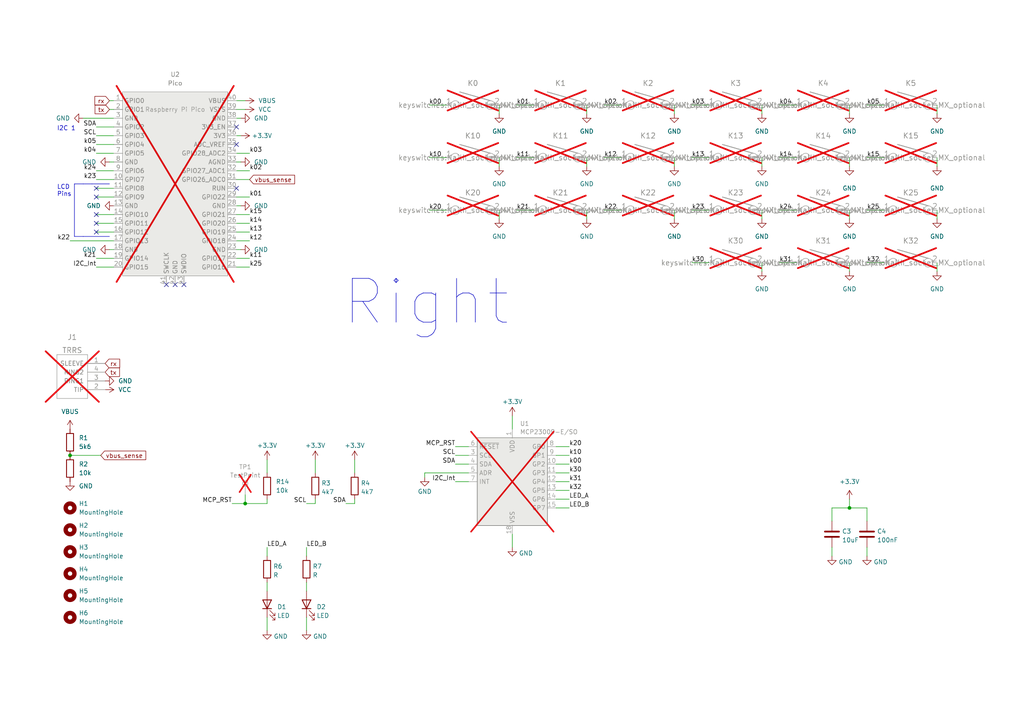
<source format=kicad_sch>
(kicad_sch (version 20231120) (generator "eeschema") (generator_version "8.0")
  (paper "A4")
  (title_block (rev "rev1.0"))
  (lib_symbols
    (symbol "Connector:TestPoint" (pin_numbers hide) (pin_names (offset 0.762) hide)
      (property "Reference" "TP" (at 0 6.858 0))
      (property "Value" "TestPoint" (at 0 5.08 0))
      (symbol "TestPoint_0_1"
        (circle (center 0 3.302) (radius 0.762))
      )
      (symbol "TestPoint_1_1"
        (pin passive line (at 0 0 90) (length 2.54) (name "1") (number "1"))
      )
    )
    (symbol "Device:C" (pin_numbers hide) (pin_names (offset 0.254))
      (property "Reference" "C" (at 0.635 2.54 0))
      (property "Value" "C" (at 0.635 -2.54 0))
      (symbol "C_0_1"
        (polyline (pts (xy -2.032 -0.762) (xy 2.032 -0.762)) (stroke (width 0.508)))
        (polyline (pts (xy -2.032 0.762) (xy 2.032 0.762)) (stroke (width 0.508)))
      )
      (symbol "C_1_1"
        (pin passive line (at 0 3.81 270) (length 2.794) (name "~") (number "1"))
        (pin passive line (at 0 -3.81 90) (length 2.794) (name "~") (number "2"))
      )
    )
    (symbol "Device:LED" (pin_numbers hide) (pin_names (offset 1.016) hide)
      (property "Reference" "D" (at 0 2.54 0))
      (property "Value" "LED" (at 0 -2.54 0))
      (symbol "LED_0_1"
        (polyline (pts (xy -1.27 -1.27) (xy -1.27 1.27)) (stroke (width 0.254)))
        (polyline (pts (xy -1.27 0) (xy 1.27 0)))
        (polyline (pts (xy 1.27 -1.27) (xy 1.27 1.27) (xy -1.27 0) (xy 1.27 -1.27)) (stroke (width 0.254)))
        (polyline (pts (xy -3.048 -0.762) (xy -4.572 -2.286) (xy -3.81 -2.286) (xy -4.572 -2.286) (xy -4.572 -1.524)))
        (polyline (pts (xy -1.778 -0.762) (xy -3.302 -2.286) (xy -2.54 -2.286) (xy -3.302 -2.286) (xy -3.302 -1.524)))
      )
      (symbol "LED_1_1"
        (pin passive line (at -3.81 0 0) (length 2.54) (name "K") (number "1"))
        (pin passive line (at 3.81 0 180) (length 2.54) (name "A") (number "2"))
      )
    )
    (symbol "Device:R" (pin_numbers hide) (pin_names (offset 0))
      (property "Reference" "R" (at 2.032 0 90))
      (property "Value" "R" (at 0 0 90))
      (symbol "R_0_1"
        (rectangle (start -1.016 -2.54) (end 1.016 2.54) (stroke (width 0.254)))
      )
      (symbol "R_1_1"
        (pin passive line (at 0 3.81 270) (length 1.27) (name "~") (number "1"))
        (pin passive line (at 0 -3.81 90) (length 1.27) (name "~") (number "2"))
      )
    )
    (symbol "KiCad-RP-Pico:Pico"
      (property "Reference" "U" (at -13.97 27.94 0))
      (property "Value" "Pico" (at 0 19.05 0))
      (symbol "Pico_0_0"
        (text "Raspberry Pi Pico" (at 0 21.59 0) (effects (font (size 1.27 1.27))))
      )
      (symbol "Pico_0_1"
        (rectangle (start -15.24 26.67) (end 15.24 -26.67) (fill (type background)))
      )
      (symbol "Pico_1_1"
        (pin bidirectional line (at -17.78 24.13 0) (length 2.54) (name "GPIO0") (number "1"))
        (pin bidirectional line (at -17.78 1.27 0) (length 2.54) (name "GPIO7") (number "10"))
        (pin bidirectional line (at -17.78 -1.27 0) (length 2.54) (name "GPIO8") (number "11"))
        (pin bidirectional line (at -17.78 -3.81 0) (length 2.54) (name "GPIO9") (number "12"))
        (pin power_in line (at -17.78 -6.35 0) (length 2.54) (name "GND") (number "13"))
        (pin bidirectional line (at -17.78 -8.89 0) (length 2.54) (name "GPIO10") (number "14"))
        (pin bidirectional line (at -17.78 -11.43 0) (length 2.54) (name "GPIO11") (number "15"))
        (pin bidirectional line (at -17.78 -13.97 0) (length 2.54) (name "GPIO12") (number "16"))
        (pin bidirectional line (at -17.78 -16.51 0) (length 2.54) (name "GPIO13") (number "17"))
        (pin power_in line (at -17.78 -19.05 0) (length 2.54) (name "GND") (number "18"))
        (pin bidirectional line (at -17.78 -21.59 0) (length 2.54) (name "GPIO14") (number "19"))
        (pin bidirectional line (at -17.78 21.59 0) (length 2.54) (name "GPIO1") (number "2"))
        (pin bidirectional line (at -17.78 -24.13 0) (length 2.54) (name "GPIO15") (number "20"))
        (pin bidirectional line (at 17.78 -24.13 180) (length 2.54) (name "GPIO16") (number "21"))
        (pin bidirectional line (at 17.78 -21.59 180) (length 2.54) (name "GPIO17") (number "22"))
        (pin power_in line (at 17.78 -19.05 180) (length 2.54) (name "GND") (number "23"))
        (pin bidirectional line (at 17.78 -16.51 180) (length 2.54) (name "GPIO18") (number "24"))
        (pin bidirectional line (at 17.78 -13.97 180) (length 2.54) (name "GPIO19") (number "25"))
        (pin bidirectional line (at 17.78 -11.43 180) (length 2.54) (name "GPIO20") (number "26"))
        (pin bidirectional line (at 17.78 -8.89 180) (length 2.54) (name "GPIO21") (number "27"))
        (pin power_in line (at 17.78 -6.35 180) (length 2.54) (name "GND") (number "28"))
        (pin bidirectional line (at 17.78 -3.81 180) (length 2.54) (name "GPIO22") (number "29"))
        (pin power_in line (at -17.78 19.05 0) (length 2.54) (name "GND") (number "3"))
        (pin input line (at 17.78 -1.27 180) (length 2.54) (name "RUN") (number "30"))
        (pin bidirectional line (at 17.78 1.27 180) (length 2.54) (name "GPIO26_ADC0") (number "31"))
        (pin bidirectional line (at 17.78 3.81 180) (length 2.54) (name "GPIO27_ADC1") (number "32"))
        (pin power_in line (at 17.78 6.35 180) (length 2.54) (name "AGND") (number "33"))
        (pin bidirectional line (at 17.78 8.89 180) (length 2.54) (name "GPIO28_ADC2") (number "34"))
        (pin power_in line (at 17.78 11.43 180) (length 2.54) (name "ADC_VREF") (number "35"))
        (pin power_in line (at 17.78 13.97 180) (length 2.54) (name "3V3") (number "36"))
        (pin input line (at 17.78 16.51 180) (length 2.54) (name "3V3_EN") (number "37"))
        (pin bidirectional line (at 17.78 19.05 180) (length 2.54) (name "GND") (number "38"))
        (pin power_in line (at 17.78 21.59 180) (length 2.54) (name "VSYS") (number "39"))
        (pin bidirectional line (at -17.78 16.51 0) (length 2.54) (name "GPIO2") (number "4"))
        (pin power_in line (at 17.78 24.13 180) (length 2.54) (name "VBUS") (number "40"))
        (pin input line (at -2.54 -29.21 90) (length 2.54) (name "SWCLK") (number "41"))
        (pin power_in line (at 0 -29.21 90) (length 2.54) (name "GND") (number "42"))
        (pin bidirectional line (at 2.54 -29.21 90) (length 2.54) (name "SWDIO") (number "43"))
        (pin bidirectional line (at -17.78 13.97 0) (length 2.54) (name "GPIO3") (number "5"))
        (pin bidirectional line (at -17.78 11.43 0) (length 2.54) (name "GPIO4") (number "6"))
        (pin bidirectional line (at -17.78 8.89 0) (length 2.54) (name "GPIO5") (number "7"))
        (pin power_in line (at -17.78 6.35 0) (length 2.54) (name "GND") (number "8"))
        (pin bidirectional line (at -17.78 3.81 0) (length 2.54) (name "GPIO6") (number "9"))
      )
    )
    (symbol "Mechanical:MountingHole" (pin_names (offset 1.016))
      (property "Reference" "H" (at 0 5.08 0))
      (property "Value" "MountingHole" (at 0 3.175 0))
      (symbol "MountingHole_0_1"
        (circle (center 0 0) (radius 1.27) (stroke (width 1.27)))
      )
    )
    (symbol "keebio:TRRS" (pin_names (offset 1.016))
      (property "Reference" "U" (at 0 15.24 0))
      (property "Value" "TRRS" (at 0 -2.54 0))
      (symbol "TRRS_0_1"
        (rectangle (start -3.81 0) (end -3.81 12.7))
        (rectangle (start -3.81 12.7) (end 5.08 12.7))
        (rectangle (start 5.08 0) (end -3.81 0))
        (rectangle (start 5.08 12.7) (end 5.08 0))
      )
      (symbol "TRRS_1_1"
        (pin input line (at -8.89 2.54 0) (length 5.08) (name "SLEEVE") (number "1"))
        (pin input line (at -8.89 10.16 0) (length 5.08) (name "TIP") (number "2"))
        (pin input line (at -8.89 7.62 0) (length 5.08) (name "RING1") (number "3"))
        (pin input line (at -8.89 5.08 0) (length 5.08) (name "RING2") (number "4"))
      )
    )
    (symbol "keyboard_parts:KEYSW" (pin_names (offset 1.016))
      (property "Reference" "K?" (at -1.27 0 0))
      (symbol "KEYSW_0_1"
        (circle (center -5.08 0) (radius 1.27))
        (polyline (pts (xy -5.08 1.27) (xy 3.81 3.81)) (stroke (width 0.254)))
        (circle (center 5.08 0) (radius 1.27))
      )
      (symbol "KEYSW_1_1"
        (pin passive line (at 7.62 0 180) (length 1.27) (name "~") (number "1"))
        (pin passive line (at -7.62 0 0) (length 1.27) (name "~") (number "2"))
      )
    )
    (symbol "mcp23009:MCP23009-E/SO"
      (property "Reference" "U4" (at 2.1941 16.8443 0))
      (property "Value" "MCP23009-E/SO" (at 2.1941 14.4201 0))
      (symbol "MCP23009-E/SO_0_1"
        (rectangle (start -10.16 12.7) (end 10.16 -12.7) (stroke (width 0.254)) (fill (type background)))
      )
      (symbol "MCP23009-E/SO_1_1"
        (pin power_in line (at 0 15.24 270) (length 2.54) (name "VDD") (number "1"))
        (pin bidirectional line (at 12.7 5.08 180) (length 2.54) (name "GP2") (number "10"))
        (pin bidirectional line (at 12.7 2.54 180) (length 2.54) (name "GP3") (number "11"))
        (pin bidirectional line (at 12.7 0 180) (length 2.54) (name "GP4") (number "12"))
        (pin bidirectional line (at 12.7 -2.54 180) (length 2.54) (name "GP5") (number "13"))
        (pin bidirectional line (at 12.7 -5.08 180) (length 2.54) (name "GP6") (number "14"))
        (pin bidirectional line (at 12.7 -7.62 180) (length 2.54) (name "GP7") (number "15"))
        (pin no_connect line (at -10.16 -8.89 0) (length 2.54) hide (name "NC") (number "16"))
        (pin no_connect line (at -10.16 -11.43 0) (length 2.54) hide (name "NC") (number "17"))
        (pin power_in line (at 0 -15.24 90) (length 2.54) (name "VSS") (number "18"))
        (pin no_connect line (at -10.16 -6.35 0) (length 2.54) hide (name "NC") (number "2"))
        (pin input line (at -12.7 7.62 0) (length 2.54) (name "SCL") (number "3"))
        (pin bidirectional line (at -12.7 5.08 0) (length 2.54) (name "SDA") (number "4"))
        (pin input line (at -12.7 2.54 0) (length 2.54) (name "ADR") (number "5"))
        (pin input line (at -12.7 10.16 0) (length 2.54) (name "~{RESET}") (number "6"))
        (pin output line (at -12.7 0 0) (length 2.54) (name "INT") (number "7"))
        (pin bidirectional line (at 12.7 10.16 180) (length 2.54) (name "GP0") (number "8"))
        (pin bidirectional line (at 12.7 7.62 180) (length 2.54) (name "GP1") (number "9"))
      )
    )
    (symbol "power:+3.3V" (power) (pin_names (offset 0))
      (property "Value" "+3.3V" (at 0 3.556 0))
      (symbol "+3.3V_0_1"
        (polyline (pts (xy -0.762 1.27) (xy 0 2.54)))
        (polyline (pts (xy 0 0) (xy 0 2.54)))
        (polyline (pts (xy 0 2.54) (xy 0.762 1.27)))
      )
      (symbol "+3.3V_1_1"
        (pin power_in line (at 0 0 90) (length 0) hide (name "+3.3V") (number "1"))
      )
    )
    (symbol "power:GND" (power) (pin_names (offset 0))
      (property "Value" "GND" (at 0 -3.81 0))
      (symbol "GND_0_1"
        (polyline (pts (xy 0 0) (xy 0 -1.27) (xy 1.27 -1.27) (xy 0 -2.54) (xy -1.27 -1.27) (xy 0 -1.27)))
      )
      (symbol "GND_1_1"
        (pin power_in line (at 0 0 270) (length 0) hide (name "GND") (number "1"))
      )
    )
    (symbol "power:VBUS" (power) (pin_names (offset 0))
      (property "Value" "VBUS" (at 0 3.81 0))
      (symbol "VBUS_0_1"
        (polyline (pts (xy -0.762 1.27) (xy 0 2.54)))
        (polyline (pts (xy 0 0) (xy 0 2.54)))
        (polyline (pts (xy 0 2.54) (xy 0.762 1.27)))
      )
      (symbol "VBUS_1_1"
        (pin power_in line (at 0 0 90) (length 0) hide (name "VBUS") (number "1"))
      )
    )
    (symbol "power:VCC" (power) (pin_names (offset 0))
      (property "Value" "VCC" (at 0 3.81 0))
      (symbol "VCC_0_1"
        (polyline (pts (xy -0.762 1.27) (xy 0 2.54)))
        (polyline (pts (xy 0 0) (xy 0 2.54)))
        (polyline (pts (xy 0 2.54) (xy 0.762 1.27)))
      )
      (symbol "VCC_1_1"
        (pin power_in line (at 0 0 90) (length 0) hide (name "VCC") (number "1"))
      )
    )
  )
  (junction (at 71.12 146.05))
  (junction (at 20.32 132.08))
  (junction (at 246.38 147.32))
  (no_connect (at 68.58 36.83))
  (no_connect (at 27.94 67.31))
  (no_connect (at 27.94 62.23))
  (no_connect (at 68.58 41.91))
  (no_connect (at 53.34 82.55))
  (no_connect (at 50.8 82.55))
  (no_connect (at 48.26 82.55))
  (no_connect (at 27.94 64.77))
  (no_connect (at 68.58 54.61))
  (no_connect (at 27.94 57.15))
  (no_connect (at 27.94 54.61))
  (wire (pts (xy 149.86 60.96) (xy 154.94 60.96)))
  (wire (pts (xy 68.58 62.23) (xy 72.39 62.23)))
  (wire (pts (xy 102.87 133.35) (xy 102.87 137.16)))
  (wire (pts (xy 31.75 46.99) (xy 33.02 46.99)))
  (wire (pts (xy 200.66 45.72) (xy 205.74 45.72)))
  (wire (pts (xy 77.47 179.07) (xy 77.47 182.88)))
  (wire (pts (xy 251.46 30.48) (xy 256.54 30.48)))
  (wire (pts (xy 68.58 74.93) (xy 72.39 74.93)))
  (wire (pts (xy 68.58 44.45) (xy 72.39 44.45)))
  (wire (pts (xy 88.9 158.75) (xy 88.9 161.29)))
  (wire (pts (xy 68.58 57.15) (xy 72.39 57.15)))
  (wire (pts (xy 100.33 146.05) (xy 102.87 146.05)))
  (wire (pts (xy 124.46 45.72) (xy 129.54 45.72)))
  (wire (pts (xy 200.66 60.96) (xy 205.74 60.96)))
  (wire (pts (xy 135.89 134.62) (xy 132.08 134.62)))
  (wire (pts (xy 149.86 45.72) (xy 154.94 45.72)))
  (wire (pts (xy 27.94 64.77) (xy 33.02 64.77)))
  (wire (pts (xy 161.29 137.16) (xy 165.1 137.16)))
  (wire (pts (xy 161.29 132.08) (xy 165.1 132.08)))
  (wire (pts (xy 27.94 49.53) (xy 33.02 49.53)))
  (wire (pts (xy 68.58 29.21) (xy 71.12 29.21)))
  (wire (pts (xy 68.58 49.53) (xy 72.39 49.53)))
  (wire (pts (xy 27.94 74.93) (xy 33.02 74.93)))
  (wire (pts (xy 175.26 60.96) (xy 180.34 60.96)))
  (wire (pts (xy 251.46 60.96) (xy 256.54 60.96)))
  (wire (pts (xy 195.58 63.5) (xy 195.58 60.96)))
  (wire (pts (xy 144.78 63.5) (xy 144.78 60.96)))
  (wire (pts (xy 71.12 143.51) (xy 71.12 146.05)))
  (wire (pts (xy 246.38 48.26) (xy 246.38 45.72)))
  (wire (pts (xy 241.3 158.75) (xy 241.3 161.29)))
  (wire (pts (xy 220.98 48.26) (xy 220.98 45.72)))
  (wire (pts (xy 144.78 48.26) (xy 144.78 45.72)))
  (wire (pts (xy 27.94 41.91) (xy 33.02 41.91)))
  (wire (pts (xy 27.94 77.47) (xy 33.02 77.47)))
  (wire (pts (xy 77.47 168.91) (xy 77.47 171.45)))
  (wire (pts (xy 175.26 45.72) (xy 180.34 45.72)))
  (wire (pts (xy 246.38 78.74) (xy 246.38 76.2)))
  (wire (pts (xy 271.78 48.26) (xy 271.78 45.72)))
  (wire (pts (xy 31.75 31.75) (xy 33.02 31.75)))
  (wire (pts (xy 68.58 69.85) (xy 72.39 69.85)))
  (wire (pts (xy 200.66 76.2) (xy 205.74 76.2)))
  (polyline (pts (xy 24.13 68.58) (xy 31.75 68.58)))
  (wire (pts (xy 226.06 45.72) (xy 231.14 45.72)))
  (wire (pts (xy 31.75 29.21) (xy 33.02 29.21)))
  (wire (pts (xy 200.66 30.48) (xy 205.74 30.48)))
  (wire (pts (xy 220.98 78.74) (xy 220.98 76.2)))
  (wire (pts (xy 68.58 31.75) (xy 71.12 31.75)))
  (wire (pts (xy 27.94 57.15) (xy 33.02 57.15)))
  (wire (pts (xy 271.78 63.5) (xy 271.78 60.96)))
  (wire (pts (xy 124.46 60.96) (xy 129.54 60.96)))
  (wire (pts (xy 88.9 168.91) (xy 88.9 171.45)))
  (wire (pts (xy 20.32 69.85) (xy 33.02 69.85)))
  (wire (pts (xy 144.78 33.02) (xy 144.78 30.48)))
  (wire (pts (xy 31.75 72.39) (xy 33.02 72.39)))
  (wire (pts (xy 195.58 48.26) (xy 195.58 45.72)))
  (wire (pts (xy 170.18 63.5) (xy 170.18 60.96)))
  (wire (pts (xy 24.13 34.29) (xy 33.02 34.29)))
  (wire (pts (xy 88.9 179.07) (xy 88.9 182.88)))
  (wire (pts (xy 246.38 63.5) (xy 246.38 60.96)))
  (wire (pts (xy 246.38 147.32) (xy 251.46 147.32)))
  (wire (pts (xy 161.29 147.32) (xy 165.1 147.32)))
  (wire (pts (xy 71.12 146.05) (xy 77.47 146.05)))
  (wire (pts (xy 241.3 147.32) (xy 241.3 151.13)))
  (polyline (pts (xy 21.59 53.34) (xy 24.13 53.34)))
  (wire (pts (xy 226.06 30.48) (xy 231.14 30.48)))
  (wire (pts (xy 124.46 30.48) (xy 129.54 30.48)))
  (wire (pts (xy 27.94 39.37) (xy 33.02 39.37)))
  (wire (pts (xy 170.18 48.26) (xy 170.18 45.72)))
  (wire (pts (xy 241.3 147.32) (xy 246.38 147.32)))
  (wire (pts (xy 68.58 77.47) (xy 72.39 77.47)))
  (wire (pts (xy 161.29 139.7) (xy 165.1 139.7)))
  (wire (pts (xy 123.19 137.16) (xy 123.19 138.43)))
  (wire (pts (xy 175.26 30.48) (xy 180.34 30.48)))
  (wire (pts (xy 148.59 154.94) (xy 148.59 158.75)))
  (wire (pts (xy 27.94 67.31) (xy 33.02 67.31)))
  (wire (pts (xy 148.59 120.65) (xy 148.59 124.46)))
  (polyline (pts (xy 24.13 68.58) (xy 21.59 68.58)))
  (wire (pts (xy 77.47 158.75) (xy 77.47 161.29)))
  (wire (pts (xy 88.9 146.05) (xy 91.44 146.05)))
  (wire (pts (xy 165.1 129.54) (xy 161.29 129.54)))
  (wire (pts (xy 77.47 133.35) (xy 77.47 137.16)))
  (wire (pts (xy 135.89 139.7) (xy 132.08 139.7)))
  (wire (pts (xy 102.87 146.05) (xy 102.87 144.78)))
  (wire (pts (xy 68.58 64.77) (xy 72.39 64.77)))
  (wire (pts (xy 77.47 144.78) (xy 77.47 146.05)))
  (wire (pts (xy 27.94 36.83) (xy 33.02 36.83)))
  (polyline (pts (xy 26.67 53.34) (xy 31.75 53.34)))
  (wire (pts (xy 27.94 44.45) (xy 33.02 44.45)))
  (polyline (pts (xy 21.59 68.58) (xy 21.59 53.34)))
  (wire (pts (xy 135.89 137.16) (xy 123.19 137.16)))
  (wire (pts (xy 20.32 132.08) (xy 29.21 132.08)))
  (wire (pts (xy 68.58 67.31) (xy 72.39 67.31)))
  (wire (pts (xy 195.58 33.02) (xy 195.58 30.48)))
  (wire (pts (xy 251.46 45.72) (xy 256.54 45.72)))
  (wire (pts (xy 69.85 72.39) (xy 68.58 72.39)))
  (wire (pts (xy 226.06 60.96) (xy 231.14 60.96)))
  (wire (pts (xy 170.18 33.02) (xy 170.18 30.48)))
  (wire (pts (xy 226.06 76.2) (xy 231.14 76.2)))
  (wire (pts (xy 271.78 33.02) (xy 271.78 30.48)))
  (wire (pts (xy 69.85 46.99) (xy 68.58 46.99)))
  (wire (pts (xy 91.44 133.35) (xy 91.44 137.16)))
  (wire (pts (xy 69.85 59.69) (xy 68.58 59.69)))
  (wire (pts (xy 246.38 33.02) (xy 246.38 30.48)))
  (wire (pts (xy 251.46 76.2) (xy 256.54 76.2)))
  (wire (pts (xy 135.89 132.08) (xy 132.08 132.08)))
  (wire (pts (xy 27.94 54.61) (xy 33.02 54.61)))
  (wire (pts (xy 220.98 33.02) (xy 220.98 30.48)))
  (wire (pts (xy 91.44 146.05) (xy 91.44 144.78)))
  (wire (pts (xy 132.08 129.54) (xy 135.89 129.54)))
  (wire (pts (xy 68.58 39.37) (xy 69.85 39.37)))
  (wire (pts (xy 27.94 52.07) (xy 33.02 52.07)))
  (polyline (pts (xy 24.13 53.34) (xy 26.67 53.34)))
  (wire (pts (xy 161.29 144.78) (xy 165.1 144.78)))
  (wire (pts (xy 149.86 30.48) (xy 154.94 30.48)))
  (wire (pts (xy 27.94 62.23) (xy 33.02 62.23)))
  (wire (pts (xy 67.31 146.05) (xy 71.12 146.05)))
  (wire (pts (xy 271.78 78.74) (xy 271.78 76.2)))
  (wire (pts (xy 161.29 134.62) (xy 165.1 134.62)))
  (wire (pts (xy 246.38 144.78) (xy 246.38 147.32)))
  (wire (pts (xy 220.98 63.5) (xy 220.98 60.96)))
  (wire (pts (xy 251.46 158.75) (xy 251.46 161.29)))
  (wire (pts (xy 161.29 142.24) (xy 165.1 142.24)))
  (wire (pts (xy 68.58 52.07) (xy 72.39 52.07)))
  (wire (pts (xy 251.46 151.13) (xy 251.46 147.32)))
  (wire (pts (xy 69.85 34.29) (xy 68.58 34.29)))
  (text "LCD\nPins" (at 16.51 57.15 0) (effects (font (size 1.27 1.27)) (justify left bottom)))
  (text "Right" (at 99.06 95.25 0) (effects (font (size 12.7 12.7)) (justify left bottom)))
  (text "I2C 1\n" (at 16.51 38.1 0) (effects (font (size 1.27 1.27)) (justify left bottom)))
  (label "k11" (at 72.39 74.93 0))
  (label "SCL" (at 88.9 146.05 180))
  (label "k21" (at 27.94 74.93 180))
  (label "LED_A" (at 165.1 144.78 0))
  (label "k30" (at 200.66 76.2 0))
  (label "k10" (at 165.1 132.08 0))
  (label "k02" (at 175.26 30.48 0))
  (label "k32" (at 165.1 142.24 0))
  (label "k04" (at 226.06 30.48 0))
  (label "SDA" (at 27.94 36.83 180))
  (label "k14" (at 72.39 64.77 0))
  (label "k15" (at 72.39 62.23 0))
  (label "k01" (at 72.39 57.15 0))
  (label "k00" (at 124.46 30.48 0))
  (label "k04" (at 27.94 44.45 180))
  (label "MCP_RST" (at 132.08 129.54 180))
  (label "k03" (at 200.66 30.48 0))
  (label "MCP_RST" (at 67.31 146.05 180))
  (label "k15" (at 251.46 45.72 0))
  (label "k23" (at 200.66 60.96 0))
  (label "I2C_Int" (at 27.94 77.47 180))
  (label "k13" (at 72.39 67.31 0))
  (label "SDA" (at 132.08 134.62 180))
  (label "k24" (at 226.06 60.96 0))
  (label "k05" (at 251.46 30.48 0))
  (label "LED_B" (at 88.9 158.75 0))
  (label "k22" (at 175.26 60.96 0))
  (label "k03" (at 72.39 44.45 0))
  (label "k02" (at 72.39 49.53 0))
  (label "k01" (at 149.86 30.48 0))
  (label "k22" (at 20.32 69.85 180))
  (label "k05" (at 27.94 41.91 180))
  (label "LED_B" (at 165.1 147.32 0))
  (label "k10" (at 124.46 45.72 0))
  (label "SCL" (at 132.08 132.08 180))
  (label "k31" (at 165.1 139.7 0))
  (label "k30" (at 165.1 137.16 0))
  (label "k12" (at 72.39 69.85 0))
  (label "SDA" (at 100.33 146.05 180))
  (label "k24" (at 27.94 49.53 180))
  (label "k32" (at 251.46 76.2 0))
  (label "k14" (at 226.06 45.72 0))
  (label "k12" (at 175.26 45.72 0))
  (label "k23" (at 27.94 52.07 180))
  (label "k11" (at 149.86 45.72 0))
  (label "k25" (at 72.39 77.47 0))
  (label "k20" (at 165.1 129.54 0))
  (label "k00" (at 165.1 134.62 0))
  (label "k31" (at 226.06 76.2 0))
  (label "I2C_Int" (at 132.08 139.7 180))
  (label "k13" (at 200.66 45.72 0))
  (label "k21" (at 149.86 60.96 0))
  (label "k25" (at 251.46 60.96 0))
  (label "LED_A" (at 77.47 158.75 0))
  (label "SCL" (at 27.94 39.37 180))
  (label "k20" (at 124.46 60.96 0))
  (global_label "rx" (shape input) (at 30.48 105.41 0) (property "Intersheetrefs" "${INTERSHEET_REFS}" (effects (hide yes))))
  (global_label "vbus_sense" (shape input) (at 29.21 132.08 0) (property "Intersheetrefs" "${INTERSHEET_REFS}" (effects (hide yes))))
  (global_label "tx" (shape input) (at 30.48 107.95 0) (property "Intersheetrefs" "${INTERSHEET_REFS}" (effects (hide yes))))
  (global_label "tx" (shape input) (at 31.75 31.75 180) (property "Intersheetrefs" "${INTERSHEET_REFS}" (effects (hide yes))))
  (global_label "vbus_sense" (shape input) (at 72.39 52.07 0) (property "Intersheetrefs" "${INTERSHEET_REFS}" (effects (hide yes))))
  (global_label "rx" (shape input) (at 31.75 29.21 180) (property "Intersheetrefs" "${INTERSHEET_REFS}" (effects (hide yes))))
  (symbol (lib_id "keyboard_parts:KEYSW") (at 264.16 76.2 0) (mirror y) (unit 1) (dnp yes)
    (property "Reference" "K32" (at 264.16 69.85 0) (effects (font (size 1.524 1.524))))
    (property "Value" "KEYSW" (effects (hide yes)))
    (property "Footprint" "keyswitches:Kailh_socket_MX_optional_platemount_3d_pretty_by_datasheet" (effects (hide yes)))
    (property "Datasheet" "keyswitches:Kailh_socket_MX_optional" (at 264.16 76.2 0) (effects (font (size 1.524 1.524))))
  )
  (symbol (lib_id "power:GND") (at 77.47 182.88 0) (unit 1)
    (property "Reference" "#PWR0145" (effects (hide yes)))
    (property "Value" "GND" (at 79.375 184.5838 0) (effects (justify left)))
  )
  (symbol (lib_id "Connector:TestPoint") (at 71.12 143.51 0) (unit 1) (dnp yes)
    (property "Reference" "TP1" (at 71.12 135.4287 0))
    (property "Value" "TestPoint" (at 71.12 137.8529 0))
    (property "Footprint" "TestPoint:TestPoint_Pad_D3.0mm" (effects (hide yes)))
  )
  (symbol (lib_id "power:GND") (at 241.3 161.29 0) (unit 1)
    (property "Reference" "#PWR014" (effects (hide yes)))
    (property "Value" "GND" (at 243.205 162.9938 0) (effects (justify left)))
  )
  (symbol (lib_id "Device:LED") (at 77.47 175.26 90) (unit 1)
    (property "Reference" "D1" (at 80.391 176.0128 90) (effects (justify right)))
    (property "Value" "LED" (at 80.391 178.5497 90) (effects (justify right)))
    (property "Footprint" "LED_SMD:LED_0603_1608Metric" (effects (hide yes)))
  )
  (symbol (lib_id "power:GND") (at 195.58 48.26 0) (unit 1)
    (property "Reference" "#PWR0104" (effects (hide yes)))
    (property "Value" "GND" (at 195.58 53.34 0))
  )
  (symbol (lib_id "power:VBUS") (at 71.12 29.21 270) (unit 1)
    (property "Reference" "#PWR0124" (effects (hide yes)))
    (property "Value" "VBUS" (at 74.93 29.2099 90) (effects (justify left)))
  )
  (symbol (lib_id "power:+3.3V") (at 148.59 120.65 0) (unit 1)
    (property "Reference" "#PWR04" (effects (hide yes)))
    (property "Value" "+3.3V" (at 148.59 116.5169 0))
  )
  (symbol (lib_id "power:GND") (at 33.02 59.69 270) (unit 1)
    (property "Reference" "#PWR0128" (effects (hide yes)))
    (property "Value" "GND" (at 29.21 59.6899 90) (effects (justify right)))
  )
  (symbol (lib_id "mcp23009:MCP23009-E/SO") (at 148.59 139.7 0) (unit 1) (dnp yes)
    (property "Reference" "U1" (at 150.7841 122.8557 0) (effects (justify left)))
    (property "Value" "MCP23009-E/SO" (at 150.7841 125.2799 0) (effects (justify left)))
    (property "Footprint" "Package_SO:SOIC-18W_7.5x11.6mm_P1.27mm" (effects (hide yes)))
    (property "Datasheet" "https://ww1.microchip.com/downloads/aemDocuments/documents/APID/ProductDocuments/DataSheets/MCP23009-MCP23S09-8-Bit-IO-Expander-with-Open-Drain-Outputs-Data-Sheet-DS20002121.pdf" (effects (hide yes)))
  )
  (symbol (lib_id "keyboard_parts:KEYSW") (at 238.76 60.96 0) (mirror y) (unit 1) (dnp yes)
    (property "Reference" "K24" (at 238.76 55.88 0) (effects (font (size 1.524 1.524))))
    (property "Value" "KEYSW" (effects (hide yes)))
    (property "Footprint" "keyswitches:Kailh_socket_MX_optional_platemount_3d_pretty_by_datasheet" (effects (hide yes)))
    (property "Datasheet" "keyswitches:Kailh_socket_MX_optional" (at 238.76 60.96 0) (effects (font (size 1.524 1.524))))
  )
  (symbol (lib_id "power:GND") (at 69.85 46.99 90) (unit 1)
    (property "Reference" "#PWR0111" (effects (hide yes)))
    (property "Value" "GND" (at 73.66 46.9899 90) (effects (justify right)))
  )
  (symbol (lib_id "Device:R") (at 102.87 140.97 0) (unit 1)
    (property "Reference" "R4" (at 104.648 140.1353 0) (effects (justify left)))
    (property "Value" "4k7" (at 104.648 142.6722 0) (effects (justify left)))
    (property "Footprint" "Resistor_SMD:R_0603_1608Metric" (effects (hide yes)))
  )
  (symbol (lib_id "power:GND") (at 30.48 110.49 90) (unit 1)
    (property "Reference" "#PWR0126" (effects (hide yes)))
    (property "Value" "GND" (at 34.29 110.4899 90) (effects (justify right)))
  )
  (symbol (lib_id "keyboard_parts:KEYSW") (at 137.16 30.48 0) (mirror y) (unit 1) (dnp yes)
    (property "Reference" "K0" (at 137.16 24.13 0) (effects (font (size 1.524 1.524))))
    (property "Value" "KEYSW" (effects (hide yes)))
    (property "Footprint" "keyswitches:Kailh_socket_MX_optional_platemount_3d_pretty_by_datasheet" (effects (hide yes)))
    (property "Datasheet" "keyswitches:Kailh_socket_MX_optional" (at 137.16 30.48 0) (effects (font (size 1.524 1.524))))
  )
  (symbol (lib_id "Mechanical:MountingHole") (at 20.32 166.37 0) (unit 1)
    (property "Reference" "H4" (at 22.86 165.0999 0) (effects (justify left)))
    (property "Value" "MountingHole" (at 22.86 167.6399 0) (effects (justify left)))
    (property "Footprint" "misc:MountingHole_3.7mm_Pad_TopBottom" (effects (hide yes)))
    (property "Description" "https://www.we-online.com/en/components/products/SMSI_SMT_STEEL_SPACER_M2_5_THREAD_INTERNAL#9774020151R" (effects (hide yes)))
  )
  (symbol (lib_id "power:VBUS") (at 20.32 124.46 0) (unit 1)
    (property "Reference" "#PWR0125" (effects (hide yes)))
    (property "Value" "VBUS" (at 20.32 119.38 0))
  )
  (symbol (lib_id "power:+3.3V") (at 77.47 133.35 0) (unit 1)
    (property "Reference" "#PWR012" (effects (hide yes)))
    (property "Value" "+3.3V" (at 77.47 129.2169 0))
  )
  (symbol (lib_id "keyboard_parts:KEYSW") (at 264.16 45.72 0) (mirror y) (unit 1) (dnp yes)
    (property "Reference" "K15" (at 264.16 39.37 0) (effects (font (size 1.524 1.524))))
    (property "Value" "KEYSW" (effects (hide yes)))
    (property "Footprint" "keyswitches:Kailh_socket_MX_optional_platemount_3d_pretty_by_datasheet" (effects (hide yes)))
    (property "Datasheet" "keyswitches:Kailh_socket_MX_optional" (at 264.16 45.72 0) (effects (font (size 1.524 1.524))))
  )
  (symbol (lib_id "power:GND") (at 144.78 48.26 0) (unit 1)
    (property "Reference" "#PWR0107" (effects (hide yes)))
    (property "Value" "GND" (at 144.78 53.34 0))
  )
  (symbol (lib_id "power:GND") (at 195.58 63.5 0) (unit 1)
    (property "Reference" "#PWR0105" (effects (hide yes)))
    (property "Value" "GND" (at 195.58 68.58 0))
  )
  (symbol (lib_id "Mechanical:MountingHole") (at 20.32 153.67 0) (unit 1)
    (property "Reference" "H2" (at 22.86 152.3999 0) (effects (justify left)))
    (property "Value" "MountingHole" (at 22.86 154.9399 0) (effects (justify left)))
    (property "Footprint" "misc:MountingHole_3.7mm_Pad_TopBottom" (effects (hide yes)))
    (property "Description" "https://www.we-online.com/en/components/products/SMSI_SMT_STEEL_SPACER_M2_5_THREAD_INTERNAL#9774020151R" (effects (hide yes)))
  )
  (symbol (lib_id "power:+3.3V") (at 102.87 133.35 0) (unit 1)
    (property "Reference" "#PWR08" (effects (hide yes)))
    (property "Value" "+3.3V" (at 102.87 129.2169 0))
  )
  (symbol (lib_id "power:+3.3V") (at 246.38 144.78 0) (unit 1)
    (property "Reference" "#PWR010" (effects (hide yes)))
    (property "Value" "+3.3V" (at 246.38 139.7 0))
  )
  (symbol (lib_id "keyboard_parts:KEYSW") (at 213.36 30.48 0) (mirror y) (unit 1) (dnp yes)
    (property "Reference" "K3" (at 213.36 24.13 0) (effects (font (size 1.524 1.524))))
    (property "Value" "KEYSW" (effects (hide yes)))
    (property "Footprint" "keyswitches:Kailh_socket_MX_optional_platemount_3d_pretty_by_datasheet" (effects (hide yes)))
    (property "Datasheet" "keyswitches:Kailh_socket_MX_optional" (at 213.36 30.48 0) (effects (font (size 1.524 1.524))))
  )
  (symbol (lib_id "power:GND") (at 123.19 138.43 0) (unit 1)
    (property "Reference" "#PWR011" (effects (hide yes)))
    (property "Value" "GND" (at 123.19 142.5631 0))
  )
  (symbol (lib_id "Device:R") (at 77.47 140.97 0) (unit 1)
    (property "Reference" "R14" (at 80.01 139.6999 0) (effects (justify left)))
    (property "Value" "10k" (at 80.01 142.2399 0) (effects (justify left)))
    (property "Footprint" "Resistor_SMD:R_0603_1608Metric" (effects (hide yes)))
  )
  (symbol (lib_id "power:GND") (at 246.38 63.5 0) (unit 1)
    (property "Reference" "#PWR0121" (effects (hide yes)))
    (property "Value" "GND" (at 246.38 68.58 0))
  )
  (symbol (lib_id "keyboard_parts:KEYSW") (at 187.96 30.48 0) (mirror y) (unit 1) (dnp yes)
    (property "Reference" "K2" (at 187.96 24.13 0) (effects (font (size 1.524 1.524))))
    (property "Value" "KEYSW" (effects (hide yes)))
    (property "Footprint" "keyswitches:Kailh_socket_MX_optional_platemount_3d_pretty_by_datasheet" (effects (hide yes)))
    (property "Datasheet" "keyswitches:Kailh_socket_MX_optional" (at 187.96 30.48 0) (effects (font (size 1.524 1.524))))
  )
  (symbol (lib_id "keyboard_parts:KEYSW") (at 162.56 45.72 0) (mirror y) (unit 1) (dnp yes)
    (property "Reference" "K11" (at 162.56 39.37 0) (effects (font (size 1.524 1.524))))
    (property "Value" "KEYSW" (effects (hide yes)))
    (property "Footprint" "keyswitches:Kailh_socket_MX_optional_platemount_3d_pretty_by_datasheet" (effects (hide yes)))
    (property "Datasheet" "keyswitches:Kailh_socket_MX_optional" (at 162.56 45.72 0) (effects (font (size 1.524 1.524))))
  )
  (symbol (lib_id "power:VCC") (at 30.48 113.03 270) (unit 1)
    (property "Reference" "#PWR01" (effects (hide yes)))
    (property "Value" "VCC" (at 34.29 113.0299 90) (effects (justify left)))
  )
  (symbol (lib_id "keyboard_parts:KEYSW") (at 187.96 60.96 0) (mirror y) (unit 1) (dnp yes)
    (property "Reference" "K22" (at 187.96 55.88 0) (effects (font (size 1.524 1.524))))
    (property "Value" "KEYSW" (effects (hide yes)))
    (property "Footprint" "keyswitches:Kailh_socket_MX_optional_platemount_3d_pretty_by_datasheet" (effects (hide yes)))
    (property "Datasheet" "keyswitches:Kailh_socket_MX_optional" (at 187.96 60.96 0) (effects (font (size 1.524 1.524))))
  )
  (symbol (lib_id "power:GND") (at 271.78 33.02 0) (unit 1)
    (property "Reference" "#PWR0115" (effects (hide yes)))
    (property "Value" "GND" (at 271.78 38.1 0))
  )
  (symbol (lib_id "power:GND") (at 271.78 63.5 0) (unit 1)
    (property "Reference" "#PWR0118" (effects (hide yes)))
    (property "Value" "GND" (at 271.78 68.58 0))
  )
  (symbol (lib_id "power:GND") (at 271.78 78.74 0) (unit 1)
    (property "Reference" "#PWR0117" (effects (hide yes)))
    (property "Value" "GND" (at 271.78 83.82 0))
  )
  (symbol (lib_id "power:GND") (at 246.38 48.26 0) (unit 1)
    (property "Reference" "#PWR0119" (effects (hide yes)))
    (property "Value" "GND" (at 246.38 54.61 0))
  )
  (symbol (lib_id "power:GND") (at 170.18 63.5 0) (unit 1)
    (property "Reference" "#PWR0101" (effects (hide yes)))
    (property "Value" "GND" (at 170.18 68.58 0))
  )
  (symbol (lib_id "power:VCC") (at 71.12 31.75 270) (unit 1)
    (property "Reference" "#PWR02" (effects (hide yes)))
    (property "Value" "VCC" (at 74.93 31.7499 90) (effects (justify left)))
  )
  (symbol (lib_id "keyboard_parts:KEYSW") (at 238.76 30.48 0) (mirror y) (unit 1) (dnp yes)
    (property "Reference" "K4" (at 238.76 24.13 0) (effects (font (size 1.524 1.524))))
    (property "Value" "KEYSW" (effects (hide yes)))
    (property "Footprint" "keyswitches:Kailh_socket_MX_optional_platemount_3d_pretty_by_datasheet" (effects (hide yes)))
    (property "Datasheet" "keyswitches:Kailh_socket_MX_optional" (at 238.76 30.48 0) (effects (font (size 1.524 1.524))))
  )
  (symbol (lib_id "power:GND") (at 246.38 78.74 0) (unit 1)
    (property "Reference" "#PWR0120" (effects (hide yes)))
    (property "Value" "GND" (at 246.38 83.82 0))
  )
  (symbol (lib_id "power:GND") (at 69.85 72.39 90) (unit 1)
    (property "Reference" "#PWR0135" (effects (hide yes)))
    (property "Value" "GND" (at 73.66 72.3899 90) (effects (justify right)))
  )
  (symbol (lib_id "Device:R") (at 20.32 135.89 0) (unit 1)
    (property "Reference" "R2" (at 22.86 134.6199 0) (effects (justify left)))
    (property "Value" "10k" (at 22.86 137.1599 0) (effects (justify left)))
    (property "Footprint" "Resistor_SMD:R_0603_1608Metric" (effects (hide yes)))
  )
  (symbol (lib_id "power:GND") (at 88.9 182.88 0) (unit 1)
    (property "Reference" "#PWR0146" (effects (hide yes)))
    (property "Value" "GND" (at 90.805 184.5838 0) (effects (justify left)))
  )
  (symbol (lib_id "power:+3.3V") (at 91.44 133.35 0) (unit 1)
    (property "Reference" "#PWR07" (effects (hide yes)))
    (property "Value" "+3.3V" (at 91.44 129.2169 0))
  )
  (symbol (lib_id "keyboard_parts:KEYSW") (at 213.36 76.2 0) (mirror y) (unit 1) (dnp yes)
    (property "Reference" "K30" (at 213.36 69.85 0) (effects (font (size 1.524 1.524))))
    (property "Value" "KEYSW" (effects (hide yes)))
    (property "Footprint" "keyswitches:Kailh_socket_MX_optional_platemount_3d_pretty_by_datasheet" (effects (hide yes)))
    (property "Datasheet" "keyswitches:Kailh_socket_MX_optional" (at 213.36 76.2 0) (effects (font (size 1.524 1.524))))
  )
  (symbol (lib_id "power:GND") (at 246.38 33.02 0) (unit 1)
    (property "Reference" "#PWR0112" (effects (hide yes)))
    (property "Value" "GND" (at 246.38 38.1 0))
  )
  (symbol (lib_id "Device:LED") (at 88.9 175.26 90) (unit 1)
    (property "Reference" "D2" (at 91.821 176.0128 90) (effects (justify right)))
    (property "Value" "LED" (at 91.821 178.5497 90) (effects (justify right)))
    (property "Footprint" "LED_SMD:LED_0603_1608Metric" (effects (hide yes)))
  )
  (symbol (lib_id "power:GND") (at 31.75 72.39 270) (unit 1)
    (property "Reference" "#PWR0129" (effects (hide yes)))
    (property "Value" "GND" (at 27.94 72.3899 90) (effects (justify right)))
  )
  (symbol (lib_id "keebio:TRRS") (at 21.59 102.87 180) (unit 1) (dnp yes)
    (property "Reference" "J1" (at 20.955 97.79 0) (effects (font (size 1.524 1.524))))
    (property "Value" "TRRS" (at 20.955 101.6 0) (effects (font (size 1.524 1.524))))
    (property "Footprint" "trrs_audiojack:TRRS-PJ-320A_fab" (effects (hide yes)))
  )
  (symbol (lib_id "power:GND") (at 251.46 161.29 0) (unit 1)
    (property "Reference" "#PWR013" (effects (hide yes)))
    (property "Value" "GND" (at 253.365 162.9938 0) (effects (justify left)))
  )
  (symbol (lib_id "power:GND") (at 69.85 34.29 90) (unit 1)
    (property "Reference" "#PWR0132" (effects (hide yes)))
    (property "Value" "GND" (at 73.66 34.2899 90) (effects (justify right)))
  )
  (symbol (lib_id "KiCad-RP-Pico:Pico") (at 50.8 53.34 0) (unit 1) (dnp yes)
    (property "Reference" "U2" (at 50.8 21.59 0))
    (property "Value" "Pico" (at 50.8 24.13 0))
    (property "Footprint" "misc:RPi_Pico_SMD_TH" (effects (hide yes)))
    (property "Datasheet" "https://datasheets.raspberrypi.com/pico/pico-datasheet.pdf" (effects (hide yes)))
  )
  (symbol (lib_id "keyboard_parts:KEYSW") (at 137.16 60.96 0) (mirror y) (unit 1) (dnp yes)
    (property "Reference" "K20" (at 137.16 55.88 0) (effects (font (size 1.524 1.524))))
    (property "Value" "KEYSW" (effects (hide yes)))
    (property "Footprint" "keyswitches:Kailh_socket_MX_optional_platemount_3d_pretty_by_datasheet" (effects (hide yes)))
    (property "Datasheet" "keyswitches:Kailh_socket_MX_optional" (at 137.16 60.96 0) (effects (font (size 1.524 1.524))))
  )
  (symbol (lib_id "power:GND") (at 20.32 139.7 0) (unit 1)
    (property "Reference" "#PWR0127" (effects (hide yes)))
    (property "Value" "GND" (at 22.86 140.9699 0) (effects (justify left)))
  )
  (symbol (lib_id "power:GND") (at 271.78 48.26 0) (unit 1)
    (property "Reference" "#PWR0116" (effects (hide yes)))
    (property "Value" "GND" (at 271.78 54.61 0))
  )
  (symbol (lib_id "keyboard_parts:KEYSW") (at 213.36 60.96 0) (mirror y) (unit 1) (dnp yes)
    (property "Reference" "K23" (at 213.36 55.88 0) (effects (font (size 1.524 1.524))))
    (property "Value" "KEYSW" (effects (hide yes)))
    (property "Footprint" "keyswitches:Kailh_socket_MX_optional_platemount_3d_pretty_by_datasheet" (effects (hide yes)))
    (property "Datasheet" "keyswitches:Kailh_socket_MX_optional" (at 213.36 60.96 0) (effects (font (size 1.524 1.524))))
  )
  (symbol (lib_id "power:GND") (at 69.85 59.69 90) (unit 1)
    (property "Reference" "#PWR0134" (effects (hide yes)))
    (property "Value" "GND" (at 73.66 59.6899 90) (effects (justify right)))
  )
  (symbol (lib_id "keyboard_parts:KEYSW") (at 137.16 45.72 0) (mirror y) (unit 1) (dnp yes)
    (property "Reference" "K10" (at 137.16 39.37 0) (effects (font (size 1.524 1.524))))
    (property "Value" "KEYSW" (effects (hide yes)))
    (property "Footprint" "keyswitches:Kailh_socket_MX_optional_platemount_3d_pretty_by_datasheet" (effects (hide yes)))
    (property "Datasheet" "keyswitches:Kailh_socket_MX_optional" (at 137.16 45.72 0) (effects (font (size 1.524 1.524))))
  )
  (symbol (lib_id "keyboard_parts:KEYSW") (at 162.56 30.48 0) (mirror y) (unit 1) (dnp yes)
    (property "Reference" "K1" (at 162.56 24.13 0) (effects (font (size 1.524 1.524))))
    (property "Value" "KEYSW" (effects (hide yes)))
    (property "Footprint" "keyswitches:Kailh_socket_MX_optional_platemount_3d_pretty_by_datasheet" (effects (hide yes)))
    (property "Datasheet" "keyswitches:Kailh_socket_MX_optional" (at 162.56 30.48 0) (effects (font (size 1.524 1.524))))
  )
  (symbol (lib_id "keyboard_parts:KEYSW") (at 264.16 60.96 0) (mirror y) (unit 1) (dnp yes)
    (property "Reference" "K25" (at 264.16 55.88 0) (effects (font (size 1.524 1.524))))
    (property "Value" "KEYSW" (effects (hide yes)))
    (property "Footprint" "keyswitches:Kailh_socket_MX_optional_platemount_3d_pretty_by_datasheet" (effects (hide yes)))
    (property "Datasheet" "keyswitches:Kailh_socket_MX_optional" (at 264.16 60.96 0) (effects (font (size 1.524 1.524))))
  )
  (symbol (lib_id "power:GND") (at 31.75 46.99 270) (unit 1)
    (property "Reference" "#PWR0131" (effects (hide yes)))
    (property "Value" "GND" (at 27.94 46.9899 90) (effects (justify right)))
  )
  (symbol (lib_id "keyboard_parts:KEYSW") (at 238.76 76.2 0) (mirror y) (unit 1) (dnp yes)
    (property "Reference" "K31" (at 238.76 69.85 0) (effects (font (size 1.524 1.524))))
    (property "Value" "KEYSW" (effects (hide yes)))
    (property "Footprint" "keyswitches:Kailh_socket_MX_optional_platemount_3d_pretty_by_datasheet" (effects (hide yes)))
    (property "Datasheet" "keyswitches:Kailh_socket_MX_optional" (at 238.76 76.2 0) (effects (font (size 1.524 1.524))))
  )
  (symbol (lib_id "Device:C") (at 241.3 154.94 0) (unit 1)
    (property "Reference" "C3" (at 244.221 154.1053 0) (effects (justify left)))
    (property "Value" "10uF" (at 244.221 156.6422 0) (effects (justify left)))
    (property "Footprint" "Capacitor_SMD:C_0603_1608Metric_Pad1.08x0.95mm_HandSolder" (effects (hide yes)))
  )
  (symbol (lib_id "Mechanical:MountingHole") (at 20.32 160.02 0) (unit 1)
    (property "Reference" "H3" (at 22.86 158.7499 0) (effects (justify left)))
    (property "Value" "MountingHole" (at 22.86 161.2899 0) (effects (justify left)))
    (property "Footprint" "misc:MountingHole_3.7mm_Pad_TopBottom" (effects (hide yes)))
    (property "Description" "https://www.we-online.com/en/components/products/SMSI_SMT_STEEL_SPACER_M2_5_THREAD_INTERNAL#9774020151R" (effects (hide yes)))
  )
  (symbol (lib_id "power:GND") (at 220.98 33.02 0) (unit 1)
    (property "Reference" "#PWR0123" (effects (hide yes)))
    (property "Value" "GND" (at 220.98 38.1 0))
  )
  (symbol (lib_id "power:GND") (at 148.59 158.75 0) (unit 1)
    (property "Reference" "#PWR05" (effects (hide yes)))
    (property "Value" "GND" (at 150.495 160.4538 0) (effects (justify left)))
  )
  (symbol (lib_id "keyboard_parts:KEYSW") (at 238.76 45.72 0) (mirror y) (unit 1) (dnp yes)
    (property "Reference" "K14" (at 238.76 39.37 0) (effects (font (size 1.524 1.524))))
    (property "Value" "KEYSW" (effects (hide yes)))
    (property "Footprint" "keyswitches:Kailh_socket_MX_optional_platemount_3d_pretty_by_datasheet" (effects (hide yes)))
    (property "Datasheet" "keyswitches:Kailh_socket_MX_optional" (at 238.76 45.72 0) (effects (font (size 1.524 1.524))))
  )
  (symbol (lib_id "power:GND") (at 144.78 33.02 0) (unit 1)
    (property "Reference" "#PWR0109" (effects (hide yes)))
    (property "Value" "GND" (at 144.78 38.1 0))
  )
  (symbol (lib_id "power:+3.3V") (at 69.85 39.37 270) (unit 1)
    (property "Reference" "#PWR06" (effects (hide yes)))
    (property "Value" "+3.3V" (at 73.025 39.37 90) (effects (justify left)))
  )
  (symbol (lib_id "power:GND") (at 24.13 34.29 270) (unit 1)
    (property "Reference" "#PWR0130" (effects (hide yes)))
    (property "Value" "GND" (at 20.32 34.2899 90) (effects (justify right)))
  )
  (symbol (lib_id "keyboard_parts:KEYSW") (at 213.36 45.72 0) (mirror y) (unit 1) (dnp yes)
    (property "Reference" "K13" (at 213.36 39.37 0) (effects (font (size 1.524 1.524))))
    (property "Value" "KEYSW" (effects (hide yes)))
    (property "Footprint" "keyswitches:Kailh_socket_MX_optional_platemount_3d_pretty_by_datasheet" (effects (hide yes)))
    (property "Datasheet" "keyswitches:Kailh_socket_MX_optional" (at 213.36 45.72 0) (effects (font (size 1.524 1.524))))
  )
  (symbol (lib_id "power:GND") (at 195.58 33.02 0) (unit 1)
    (property "Reference" "#PWR0103" (effects (hide yes)))
    (property "Value" "GND" (at 195.58 38.1 0))
  )
  (symbol (lib_id "Device:R") (at 77.47 165.1 0) (unit 1)
    (property "Reference" "R6" (at 79.248 164.2653 0) (effects (justify left)))
    (property "Value" "R" (at 79.248 166.8022 0) (effects (justify left)))
    (property "Footprint" "Resistor_SMD:R_0603_1608Metric" (effects (hide yes)))
  )
  (symbol (lib_id "power:GND") (at 220.98 48.26 0) (unit 1)
    (property "Reference" "#PWR0122" (effects (hide yes)))
    (property "Value" "GND" (at 220.98 53.34 0))
  )
  (symbol (lib_id "keyboard_parts:KEYSW") (at 162.56 60.96 0) (mirror y) (unit 1) (dnp yes)
    (property "Reference" "K21" (at 162.56 55.88 0) (effects (font (size 1.524 1.524))))
    (property "Value" "KEYSW" (effects (hide yes)))
    (property "Footprint" "keyswitches:Kailh_socket_MX_optional_platemount_3d_pretty_by_datasheet" (effects (hide yes)))
    (property "Datasheet" "keyswitches:Kailh_socket_MX_optional" (at 162.56 60.96 0) (effects (font (size 1.524 1.524))))
  )
  (symbol (lib_id "keyboard_parts:KEYSW") (at 187.96 45.72 0) (mirror y) (unit 1) (dnp yes)
    (property "Reference" "K12" (at 187.96 39.37 0) (effects (font (size 1.524 1.524))))
    (property "Value" "KEYSW" (effects (hide yes)))
    (property "Footprint" "keyswitches:Kailh_socket_MX_optional_platemount_3d_pretty_by_datasheet" (effects (hide yes)))
    (property "Datasheet" "keyswitches:Kailh_socket_MX_optional" (at 187.96 45.72 0) (effects (font (size 1.524 1.524))))
  )
  (symbol (lib_id "power:GND") (at 220.98 78.74 0) (unit 1)
    (property "Reference" "#PWR0113" (effects (hide yes)))
    (property "Value" "GND" (at 220.98 83.82 0))
  )
  (symbol (lib_id "Mechanical:MountingHole") (at 20.32 172.72 0) (unit 1)
    (property "Reference" "H5" (at 22.86 171.4499 0) (effects (justify left)))
    (property "Value" "MountingHole" (at 22.86 173.9899 0) (effects (justify left)))
    (property "Footprint" "misc:MountingHole_3.7mm_Pad_TopBottom" (effects (hide yes)))
    (property "Description" "https://www.we-online.com/en/components/products/SMSI_SMT_STEEL_SPACER_M2_5_THREAD_INTERNAL#9774020151R" (effects (hide yes)))
  )
  (symbol (lib_id "Device:R") (at 88.9 165.1 0) (unit 1)
    (property "Reference" "R7" (at 90.678 164.2653 0) (effects (justify left)))
    (property "Value" "R" (at 90.678 166.8022 0) (effects (justify left)))
    (property "Footprint" "Resistor_SMD:R_0603_1608Metric" (effects (hide yes)))
  )
  (symbol (lib_id "power:GND") (at 170.18 33.02 0) (unit 1)
    (property "Reference" "#PWR0106" (effects (hide yes)))
    (property "Value" "GND" (at 170.18 38.1 0))
  )
  (symbol (lib_id "Device:R") (at 91.44 140.97 0) (unit 1)
    (property "Reference" "R3" (at 93.218 140.1353 0) (effects (justify left)))
    (property "Value" "4k7" (at 93.218 142.6722 0) (effects (justify left)))
    (property "Footprint" "Resistor_SMD:R_0603_1608Metric" (effects (hide yes)))
  )
  (symbol (lib_id "power:GND") (at 170.18 48.26 0) (unit 1)
    (property "Reference" "#PWR0102" (effects (hide yes)))
    (property "Value" "GND" (at 170.18 53.34 0))
  )
  (symbol (lib_id "Mechanical:MountingHole") (at 20.32 147.32 0) (unit 1)
    (property "Reference" "H1" (at 22.86 146.0499 0) (effects (justify left)))
    (property "Value" "MountingHole" (at 22.86 148.5899 0) (effects (justify left)))
    (property "Footprint" "misc:MountingHole_3.7mm_Pad_TopBottom" (effects (hide yes)))
    (property "Description" "https://www.we-online.com/en/components/products/SMSI_SMT_STEEL_SPACER_M2_5_THREAD_INTERNAL#9774020151R" (effects (hide yes)))
  )
  (symbol (lib_id "power:GND") (at 220.98 63.5 0) (unit 1)
    (property "Reference" "#PWR0114" (effects (hide yes)))
    (property "Value" "GND" (at 220.98 68.58 0))
  )
  (symbol (lib_id "Device:R") (at 20.32 128.27 0) (unit 1)
    (property "Reference" "R1" (at 22.86 126.9999 0) (effects (justify left)))
    (property "Value" "5k6" (at 22.86 129.5399 0) (effects (justify left)))
    (property "Footprint" "Resistor_SMD:R_0603_1608Metric" (effects (hide yes)))
  )
  (symbol (lib_id "power:GND") (at 144.78 63.5 0) (unit 1)
    (property "Reference" "#PWR0108" (effects (hide yes)))
    (property "Value" "GND" (at 144.78 68.58 0))
  )
  (symbol (lib_id "Mechanical:MountingHole") (at 20.32 179.07 0) (unit 1)
    (property "Reference" "H6" (at 22.86 177.7999 0) (effects (justify left)))
    (property "Value" "MountingHole" (at 22.86 180.3399 0) (effects (justify left)))
    (property "Footprint" "misc:MountingHole_3.7mm_Pad_TopBottom" (effects (hide yes)))
    (property "Description" "https://www.we-online.com/en/components/products/SMSI_SMT_STEEL_SPACER_M2_5_THREAD_INTERNAL#9774020151R" (effects (hide yes)))
  )
  (symbol (lib_id "Device:C") (at 251.46 154.94 0) (unit 1)
    (property "Reference" "C4" (at 254.381 154.1053 0) (effects (justify left)))
    (property "Value" "100nF" (at 254.381 156.6422 0) (effects (justify left)))
    (property "Footprint" "Capacitor_SMD:C_0603_1608Metric_Pad1.08x0.95mm_HandSolder" (effects (hide yes)))
  )
  (symbol (lib_id "keyboard_parts:KEYSW") (at 264.16 30.48 0) (mirror y) (unit 1) (dnp yes)
    (property "Reference" "K5" (at 264.16 24.13 0) (effects (font (size 1.524 1.524))))
    (property "Value" "KEYSW" (effects (hide yes)))
    (property "Footprint" "keyswitches:Kailh_socket_MX_optional_platemount_3d_pretty_by_datasheet" (effects (hide yes)))
    (property "Datasheet" "keyswitches:Kailh_socket_MX_optional" (at 264.16 30.48 0) (effects (font (size 1.524 1.524))))
  )
)
</source>
